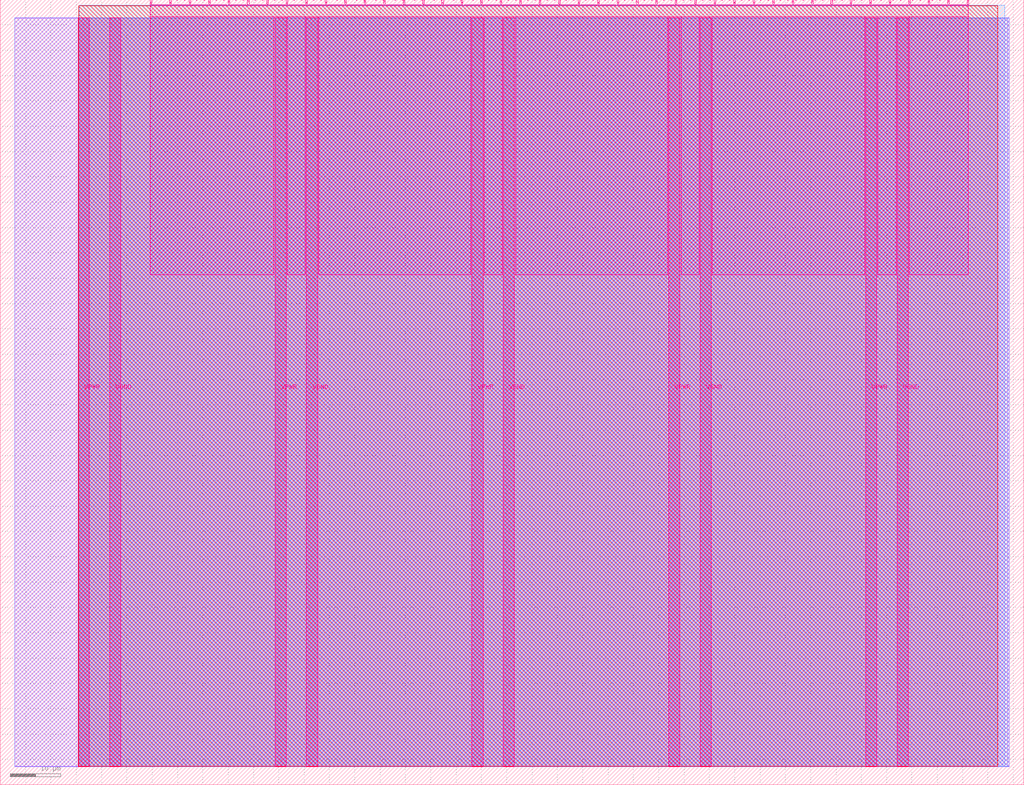
<source format=lef>
VERSION 5.7 ;
  NOWIREEXTENSIONATPIN ON ;
  DIVIDERCHAR "/" ;
  BUSBITCHARS "[]" ;
MACRO tt_um_Xelef2000
  CLASS BLOCK ;
  FOREIGN tt_um_Xelef2000 ;
  ORIGIN 0.000 0.000 ;
  SIZE 202.080 BY 154.980 ;
  PIN VGND
    DIRECTION INOUT ;
    USE GROUND ;
    PORT
      LAYER Metal5 ;
        RECT 21.580 3.560 23.780 151.420 ;
    END
    PORT
      LAYER Metal5 ;
        RECT 60.450 3.560 62.650 151.420 ;
    END
    PORT
      LAYER Metal5 ;
        RECT 99.320 3.560 101.520 151.420 ;
    END
    PORT
      LAYER Metal5 ;
        RECT 138.190 3.560 140.390 151.420 ;
    END
    PORT
      LAYER Metal5 ;
        RECT 177.060 3.560 179.260 151.420 ;
    END
  END VGND
  PIN VPWR
    DIRECTION INOUT ;
    USE POWER ;
    PORT
      LAYER Metal5 ;
        RECT 15.380 3.560 17.580 151.420 ;
    END
    PORT
      LAYER Metal5 ;
        RECT 54.250 3.560 56.450 151.420 ;
    END
    PORT
      LAYER Metal5 ;
        RECT 93.120 3.560 95.320 151.420 ;
    END
    PORT
      LAYER Metal5 ;
        RECT 131.990 3.560 134.190 151.420 ;
    END
    PORT
      LAYER Metal5 ;
        RECT 170.860 3.560 173.060 151.420 ;
    END
  END VPWR
  PIN clk
    DIRECTION INPUT ;
    USE SIGNAL ;
    ANTENNAGATEAREA 0.213200 ;
    PORT
      LAYER Metal5 ;
        RECT 187.050 153.980 187.350 154.980 ;
    END
  END clk
  PIN ena
    DIRECTION INPUT ;
    USE SIGNAL ;
    ANTENNAGATEAREA 0.213200 ;
    PORT
      LAYER Metal5 ;
        RECT 190.890 153.980 191.190 154.980 ;
    END
  END ena
  PIN rst_n
    DIRECTION INPUT ;
    USE SIGNAL ;
    ANTENNAGATEAREA 0.639600 ;
    PORT
      LAYER Metal5 ;
        RECT 183.210 153.980 183.510 154.980 ;
    END
  END rst_n
  PIN ui_in[0]
    DIRECTION INPUT ;
    USE SIGNAL ;
    PORT
      LAYER Metal5 ;
        RECT 179.370 153.980 179.670 154.980 ;
    END
  END ui_in[0]
  PIN ui_in[1]
    DIRECTION INPUT ;
    USE SIGNAL ;
    PORT
      LAYER Metal5 ;
        RECT 175.530 153.980 175.830 154.980 ;
    END
  END ui_in[1]
  PIN ui_in[2]
    DIRECTION INPUT ;
    USE SIGNAL ;
    PORT
      LAYER Metal5 ;
        RECT 171.690 153.980 171.990 154.980 ;
    END
  END ui_in[2]
  PIN ui_in[3]
    DIRECTION INPUT ;
    USE SIGNAL ;
    PORT
      LAYER Metal5 ;
        RECT 167.850 153.980 168.150 154.980 ;
    END
  END ui_in[3]
  PIN ui_in[4]
    DIRECTION INPUT ;
    USE SIGNAL ;
    PORT
      LAYER Metal5 ;
        RECT 164.010 153.980 164.310 154.980 ;
    END
  END ui_in[4]
  PIN ui_in[5]
    DIRECTION INPUT ;
    USE SIGNAL ;
    PORT
      LAYER Metal5 ;
        RECT 160.170 153.980 160.470 154.980 ;
    END
  END ui_in[5]
  PIN ui_in[6]
    DIRECTION INPUT ;
    USE SIGNAL ;
    PORT
      LAYER Metal5 ;
        RECT 156.330 153.980 156.630 154.980 ;
    END
  END ui_in[6]
  PIN ui_in[7]
    DIRECTION INPUT ;
    USE SIGNAL ;
    PORT
      LAYER Metal5 ;
        RECT 152.490 153.980 152.790 154.980 ;
    END
  END ui_in[7]
  PIN uio_in[0]
    DIRECTION INPUT ;
    USE SIGNAL ;
    PORT
      LAYER Metal5 ;
        RECT 148.650 153.980 148.950 154.980 ;
    END
  END uio_in[0]
  PIN uio_in[1]
    DIRECTION INPUT ;
    USE SIGNAL ;
    PORT
      LAYER Metal5 ;
        RECT 144.810 153.980 145.110 154.980 ;
    END
  END uio_in[1]
  PIN uio_in[2]
    DIRECTION INPUT ;
    USE SIGNAL ;
    PORT
      LAYER Metal5 ;
        RECT 140.970 153.980 141.270 154.980 ;
    END
  END uio_in[2]
  PIN uio_in[3]
    DIRECTION INPUT ;
    USE SIGNAL ;
    PORT
      LAYER Metal5 ;
        RECT 137.130 153.980 137.430 154.980 ;
    END
  END uio_in[3]
  PIN uio_in[4]
    DIRECTION INPUT ;
    USE SIGNAL ;
    PORT
      LAYER Metal5 ;
        RECT 133.290 153.980 133.590 154.980 ;
    END
  END uio_in[4]
  PIN uio_in[5]
    DIRECTION INPUT ;
    USE SIGNAL ;
    PORT
      LAYER Metal5 ;
        RECT 129.450 153.980 129.750 154.980 ;
    END
  END uio_in[5]
  PIN uio_in[6]
    DIRECTION INPUT ;
    USE SIGNAL ;
    PORT
      LAYER Metal5 ;
        RECT 125.610 153.980 125.910 154.980 ;
    END
  END uio_in[6]
  PIN uio_in[7]
    DIRECTION INPUT ;
    USE SIGNAL ;
    PORT
      LAYER Metal5 ;
        RECT 121.770 153.980 122.070 154.980 ;
    END
  END uio_in[7]
  PIN uio_oe[0]
    DIRECTION OUTPUT ;
    USE SIGNAL ;
    ANTENNADIFFAREA 0.299200 ;
    PORT
      LAYER Metal5 ;
        RECT 56.490 153.980 56.790 154.980 ;
    END
  END uio_oe[0]
  PIN uio_oe[1]
    DIRECTION OUTPUT ;
    USE SIGNAL ;
    ANTENNADIFFAREA 0.299200 ;
    PORT
      LAYER Metal5 ;
        RECT 52.650 153.980 52.950 154.980 ;
    END
  END uio_oe[1]
  PIN uio_oe[2]
    DIRECTION OUTPUT ;
    USE SIGNAL ;
    ANTENNADIFFAREA 0.299200 ;
    PORT
      LAYER Metal5 ;
        RECT 48.810 153.980 49.110 154.980 ;
    END
  END uio_oe[2]
  PIN uio_oe[3]
    DIRECTION OUTPUT ;
    USE SIGNAL ;
    ANTENNADIFFAREA 0.299200 ;
    PORT
      LAYER Metal5 ;
        RECT 44.970 153.980 45.270 154.980 ;
    END
  END uio_oe[3]
  PIN uio_oe[4]
    DIRECTION OUTPUT ;
    USE SIGNAL ;
    ANTENNADIFFAREA 0.299200 ;
    PORT
      LAYER Metal5 ;
        RECT 41.130 153.980 41.430 154.980 ;
    END
  END uio_oe[4]
  PIN uio_oe[5]
    DIRECTION OUTPUT ;
    USE SIGNAL ;
    ANTENNADIFFAREA 0.299200 ;
    PORT
      LAYER Metal5 ;
        RECT 37.290 153.980 37.590 154.980 ;
    END
  END uio_oe[5]
  PIN uio_oe[6]
    DIRECTION OUTPUT ;
    USE SIGNAL ;
    ANTENNADIFFAREA 0.299200 ;
    PORT
      LAYER Metal5 ;
        RECT 33.450 153.980 33.750 154.980 ;
    END
  END uio_oe[6]
  PIN uio_oe[7]
    DIRECTION OUTPUT ;
    USE SIGNAL ;
    ANTENNADIFFAREA 0.299200 ;
    PORT
      LAYER Metal5 ;
        RECT 29.610 153.980 29.910 154.980 ;
    END
  END uio_oe[7]
  PIN uio_out[0]
    DIRECTION OUTPUT ;
    USE SIGNAL ;
    ANTENNADIFFAREA 0.299200 ;
    PORT
      LAYER Metal5 ;
        RECT 87.210 153.980 87.510 154.980 ;
    END
  END uio_out[0]
  PIN uio_out[1]
    DIRECTION OUTPUT ;
    USE SIGNAL ;
    ANTENNADIFFAREA 0.299200 ;
    PORT
      LAYER Metal5 ;
        RECT 83.370 153.980 83.670 154.980 ;
    END
  END uio_out[1]
  PIN uio_out[2]
    DIRECTION OUTPUT ;
    USE SIGNAL ;
    ANTENNADIFFAREA 0.299200 ;
    PORT
      LAYER Metal5 ;
        RECT 79.530 153.980 79.830 154.980 ;
    END
  END uio_out[2]
  PIN uio_out[3]
    DIRECTION OUTPUT ;
    USE SIGNAL ;
    ANTENNADIFFAREA 0.299200 ;
    PORT
      LAYER Metal5 ;
        RECT 75.690 153.980 75.990 154.980 ;
    END
  END uio_out[3]
  PIN uio_out[4]
    DIRECTION OUTPUT ;
    USE SIGNAL ;
    ANTENNADIFFAREA 0.299200 ;
    PORT
      LAYER Metal5 ;
        RECT 71.850 153.980 72.150 154.980 ;
    END
  END uio_out[4]
  PIN uio_out[5]
    DIRECTION OUTPUT ;
    USE SIGNAL ;
    ANTENNADIFFAREA 0.299200 ;
    PORT
      LAYER Metal5 ;
        RECT 68.010 153.980 68.310 154.980 ;
    END
  END uio_out[5]
  PIN uio_out[6]
    DIRECTION OUTPUT ;
    USE SIGNAL ;
    ANTENNADIFFAREA 0.299200 ;
    PORT
      LAYER Metal5 ;
        RECT 64.170 153.980 64.470 154.980 ;
    END
  END uio_out[6]
  PIN uio_out[7]
    DIRECTION OUTPUT ;
    USE SIGNAL ;
    ANTENNADIFFAREA 0.299200 ;
    PORT
      LAYER Metal5 ;
        RECT 60.330 153.980 60.630 154.980 ;
    END
  END uio_out[7]
  PIN uo_out[0]
    DIRECTION OUTPUT ;
    USE SIGNAL ;
    ANTENNADIFFAREA 0.654800 ;
    PORT
      LAYER Metal5 ;
        RECT 117.930 153.980 118.230 154.980 ;
    END
  END uo_out[0]
  PIN uo_out[1]
    DIRECTION OUTPUT ;
    USE SIGNAL ;
    ANTENNADIFFAREA 0.654800 ;
    PORT
      LAYER Metal5 ;
        RECT 114.090 153.980 114.390 154.980 ;
    END
  END uo_out[1]
  PIN uo_out[2]
    DIRECTION OUTPUT ;
    USE SIGNAL ;
    ANTENNADIFFAREA 0.654800 ;
    PORT
      LAYER Metal5 ;
        RECT 110.250 153.980 110.550 154.980 ;
    END
  END uo_out[2]
  PIN uo_out[3]
    DIRECTION OUTPUT ;
    USE SIGNAL ;
    ANTENNADIFFAREA 0.654800 ;
    PORT
      LAYER Metal5 ;
        RECT 106.410 153.980 106.710 154.980 ;
    END
  END uo_out[3]
  PIN uo_out[4]
    DIRECTION OUTPUT ;
    USE SIGNAL ;
    ANTENNADIFFAREA 0.299200 ;
    PORT
      LAYER Metal5 ;
        RECT 102.570 153.980 102.870 154.980 ;
    END
  END uo_out[4]
  PIN uo_out[5]
    DIRECTION OUTPUT ;
    USE SIGNAL ;
    ANTENNADIFFAREA 0.299200 ;
    PORT
      LAYER Metal5 ;
        RECT 98.730 153.980 99.030 154.980 ;
    END
  END uo_out[5]
  PIN uo_out[6]
    DIRECTION OUTPUT ;
    USE SIGNAL ;
    ANTENNADIFFAREA 0.299200 ;
    PORT
      LAYER Metal5 ;
        RECT 94.890 153.980 95.190 154.980 ;
    END
  END uo_out[6]
  PIN uo_out[7]
    DIRECTION OUTPUT ;
    USE SIGNAL ;
    ANTENNADIFFAREA 0.299200 ;
    PORT
      LAYER Metal5 ;
        RECT 91.050 153.980 91.350 154.980 ;
    END
  END uo_out[7]
  OBS
      LAYER GatPoly ;
        RECT 2.880 3.630 199.200 151.350 ;
      LAYER Metal1 ;
        RECT 2.880 3.560 199.200 151.420 ;
      LAYER Metal2 ;
        RECT 15.515 3.680 198.865 151.300 ;
      LAYER Metal3 ;
        RECT 15.560 3.635 198.340 153.865 ;
      LAYER Metal4 ;
        RECT 15.515 3.680 196.945 153.820 ;
      LAYER Metal5 ;
        RECT 30.120 153.770 33.240 153.980 ;
        RECT 33.960 153.770 37.080 153.980 ;
        RECT 37.800 153.770 40.920 153.980 ;
        RECT 41.640 153.770 44.760 153.980 ;
        RECT 45.480 153.770 48.600 153.980 ;
        RECT 49.320 153.770 52.440 153.980 ;
        RECT 53.160 153.770 56.280 153.980 ;
        RECT 57.000 153.770 60.120 153.980 ;
        RECT 60.840 153.770 63.960 153.980 ;
        RECT 64.680 153.770 67.800 153.980 ;
        RECT 68.520 153.770 71.640 153.980 ;
        RECT 72.360 153.770 75.480 153.980 ;
        RECT 76.200 153.770 79.320 153.980 ;
        RECT 80.040 153.770 83.160 153.980 ;
        RECT 83.880 153.770 87.000 153.980 ;
        RECT 87.720 153.770 90.840 153.980 ;
        RECT 91.560 153.770 94.680 153.980 ;
        RECT 95.400 153.770 98.520 153.980 ;
        RECT 99.240 153.770 102.360 153.980 ;
        RECT 103.080 153.770 106.200 153.980 ;
        RECT 106.920 153.770 110.040 153.980 ;
        RECT 110.760 153.770 113.880 153.980 ;
        RECT 114.600 153.770 117.720 153.980 ;
        RECT 118.440 153.770 121.560 153.980 ;
        RECT 122.280 153.770 125.400 153.980 ;
        RECT 126.120 153.770 129.240 153.980 ;
        RECT 129.960 153.770 133.080 153.980 ;
        RECT 133.800 153.770 136.920 153.980 ;
        RECT 137.640 153.770 140.760 153.980 ;
        RECT 141.480 153.770 144.600 153.980 ;
        RECT 145.320 153.770 148.440 153.980 ;
        RECT 149.160 153.770 152.280 153.980 ;
        RECT 153.000 153.770 156.120 153.980 ;
        RECT 156.840 153.770 159.960 153.980 ;
        RECT 160.680 153.770 163.800 153.980 ;
        RECT 164.520 153.770 167.640 153.980 ;
        RECT 168.360 153.770 171.480 153.980 ;
        RECT 172.200 153.770 175.320 153.980 ;
        RECT 176.040 153.770 179.160 153.980 ;
        RECT 179.880 153.770 183.000 153.980 ;
        RECT 183.720 153.770 186.840 153.980 ;
        RECT 187.560 153.770 190.680 153.980 ;
        RECT 29.660 151.630 191.140 153.770 ;
        RECT 29.660 100.655 54.040 151.630 ;
        RECT 56.660 100.655 60.240 151.630 ;
        RECT 62.860 100.655 92.910 151.630 ;
        RECT 95.530 100.655 99.110 151.630 ;
        RECT 101.730 100.655 131.780 151.630 ;
        RECT 134.400 100.655 137.980 151.630 ;
        RECT 140.600 100.655 170.650 151.630 ;
        RECT 173.270 100.655 176.850 151.630 ;
        RECT 179.470 100.655 191.140 151.630 ;
  END
END tt_um_Xelef2000
END LIBRARY


</source>
